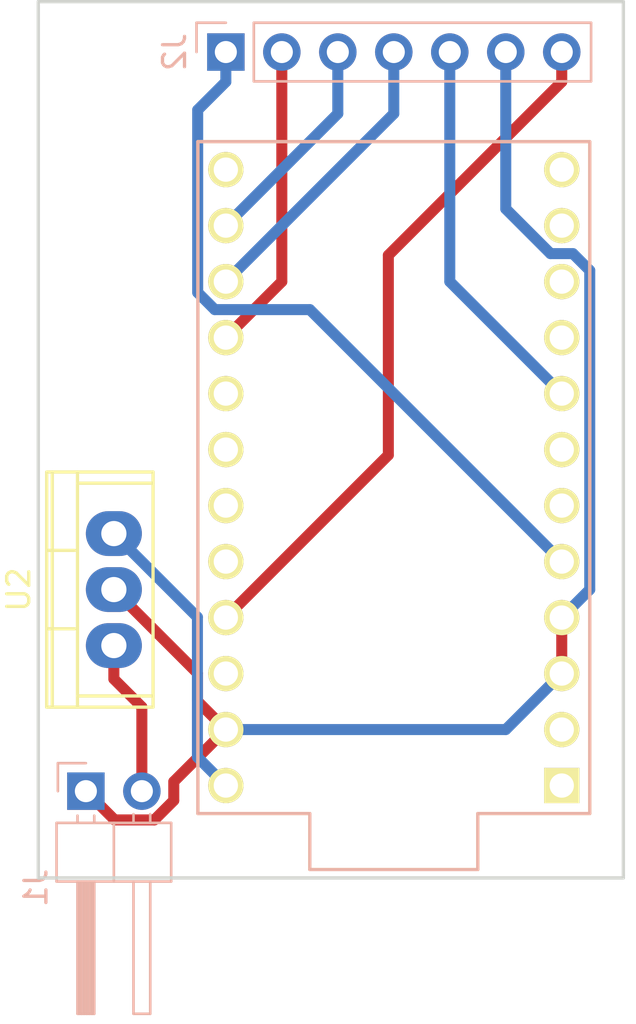
<source format=kicad_pcb>
(kicad_pcb (version 4) (host pcbnew 4.0.7)

  (general
    (links 13)
    (no_connects 0)
    (area 118.659 85.776999 147.887 132.441001)
    (thickness 1.6)
    (drawings 5)
    (tracks 41)
    (zones 0)
    (modules 4)
    (nets 10)
  )

  (page A4)
  (layers
    (0 F.Cu signal)
    (31 B.Cu signal)
    (32 B.Adhes user)
    (33 F.Adhes user)
    (34 B.Paste user)
    (35 F.Paste user)
    (36 B.SilkS user)
    (37 F.SilkS user)
    (38 B.Mask user)
    (39 F.Mask user)
    (40 Dwgs.User user)
    (41 Cmts.User user)
    (42 Eco1.User user)
    (43 Eco2.User user)
    (44 Edge.Cuts user)
    (45 Margin user)
    (46 B.CrtYd user)
    (47 F.CrtYd user)
    (48 B.Fab user)
    (49 F.Fab user)
  )

  (setup
    (last_trace_width 0.5)
    (trace_clearance 0.2)
    (zone_clearance 0.508)
    (zone_45_only no)
    (trace_min 0.2)
    (segment_width 0.2)
    (edge_width 0.15)
    (via_size 0.6)
    (via_drill 0.4)
    (via_min_size 0.4)
    (via_min_drill 0.3)
    (uvia_size 0.3)
    (uvia_drill 0.1)
    (uvias_allowed no)
    (uvia_min_size 0.2)
    (uvia_min_drill 0.1)
    (pcb_text_width 0.3)
    (pcb_text_size 1.5 1.5)
    (mod_edge_width 0.15)
    (mod_text_size 1 1)
    (mod_text_width 0.15)
    (pad_size 1.524 1.524)
    (pad_drill 0.762)
    (pad_to_mask_clearance 0.2)
    (aux_axis_origin 0 0)
    (visible_elements FFFFFF7F)
    (pcbplotparams
      (layerselection 0x00030_80000001)
      (usegerberextensions false)
      (excludeedgelayer true)
      (linewidth 0.100000)
      (plotframeref false)
      (viasonmask false)
      (mode 1)
      (useauxorigin false)
      (hpglpennumber 1)
      (hpglpenspeed 20)
      (hpglpendiameter 15)
      (hpglpenoverlay 2)
      (psnegative false)
      (psa4output false)
      (plotreference true)
      (plotvalue true)
      (plotinvisibletext false)
      (padsonsilk false)
      (subtractmaskfromsilk false)
      (outputformat 1)
      (mirror false)
      (drillshape 1)
      (scaleselection 1)
      (outputdirectory ""))
  )

  (net 0 "")
  (net 1 GND)
  (net 2 INT)
  (net 3 SCK)
  (net 4 MOSI)
  (net 5 MISO)
  (net 6 CS)
  (net 7 VCC)
  (net 8 VIN)
  (net 9 RAW)

  (net_class Default "This is the default net class."
    (clearance 0.2)
    (trace_width 0.5)
    (via_dia 0.6)
    (via_drill 0.4)
    (uvia_dia 0.3)
    (uvia_drill 0.1)
    (add_net CS)
    (add_net GND)
    (add_net INT)
    (add_net MISO)
    (add_net MOSI)
    (add_net RAW)
    (add_net SCK)
    (add_net VCC)
    (add_net VIN)
  )

  (module Pin_Headers:Pin_Header_Angled_1x02_Pitch2.54mm (layer B.Cu) (tedit 59650532) (tstamp 5CF002A0)
    (at 122.682 121.666 270)
    (descr "Through hole angled pin header, 1x02, 2.54mm pitch, 6mm pin length, single row")
    (tags "Through hole angled pin header THT 1x02 2.54mm single row")
    (path /5CEFFD1E)
    (fp_text reference J1 (at 4.385 2.27 270) (layer B.SilkS)
      (effects (font (size 1 1) (thickness 0.15)) (justify mirror))
    )
    (fp_text value PWR (at 4.385 -4.81 270) (layer B.Fab)
      (effects (font (size 1 1) (thickness 0.15)) (justify mirror))
    )
    (fp_line (start 2.135 1.27) (end 4.04 1.27) (layer B.Fab) (width 0.1))
    (fp_line (start 4.04 1.27) (end 4.04 -3.81) (layer B.Fab) (width 0.1))
    (fp_line (start 4.04 -3.81) (end 1.5 -3.81) (layer B.Fab) (width 0.1))
    (fp_line (start 1.5 -3.81) (end 1.5 0.635) (layer B.Fab) (width 0.1))
    (fp_line (start 1.5 0.635) (end 2.135 1.27) (layer B.Fab) (width 0.1))
    (fp_line (start -0.32 0.32) (end 1.5 0.32) (layer B.Fab) (width 0.1))
    (fp_line (start -0.32 0.32) (end -0.32 -0.32) (layer B.Fab) (width 0.1))
    (fp_line (start -0.32 -0.32) (end 1.5 -0.32) (layer B.Fab) (width 0.1))
    (fp_line (start 4.04 0.32) (end 10.04 0.32) (layer B.Fab) (width 0.1))
    (fp_line (start 10.04 0.32) (end 10.04 -0.32) (layer B.Fab) (width 0.1))
    (fp_line (start 4.04 -0.32) (end 10.04 -0.32) (layer B.Fab) (width 0.1))
    (fp_line (start -0.32 -2.22) (end 1.5 -2.22) (layer B.Fab) (width 0.1))
    (fp_line (start -0.32 -2.22) (end -0.32 -2.86) (layer B.Fab) (width 0.1))
    (fp_line (start -0.32 -2.86) (end 1.5 -2.86) (layer B.Fab) (width 0.1))
    (fp_line (start 4.04 -2.22) (end 10.04 -2.22) (layer B.Fab) (width 0.1))
    (fp_line (start 10.04 -2.22) (end 10.04 -2.86) (layer B.Fab) (width 0.1))
    (fp_line (start 4.04 -2.86) (end 10.04 -2.86) (layer B.Fab) (width 0.1))
    (fp_line (start 1.44 1.33) (end 1.44 -3.87) (layer B.SilkS) (width 0.12))
    (fp_line (start 1.44 -3.87) (end 4.1 -3.87) (layer B.SilkS) (width 0.12))
    (fp_line (start 4.1 -3.87) (end 4.1 1.33) (layer B.SilkS) (width 0.12))
    (fp_line (start 4.1 1.33) (end 1.44 1.33) (layer B.SilkS) (width 0.12))
    (fp_line (start 4.1 0.38) (end 10.1 0.38) (layer B.SilkS) (width 0.12))
    (fp_line (start 10.1 0.38) (end 10.1 -0.38) (layer B.SilkS) (width 0.12))
    (fp_line (start 10.1 -0.38) (end 4.1 -0.38) (layer B.SilkS) (width 0.12))
    (fp_line (start 4.1 0.32) (end 10.1 0.32) (layer B.SilkS) (width 0.12))
    (fp_line (start 4.1 0.2) (end 10.1 0.2) (layer B.SilkS) (width 0.12))
    (fp_line (start 4.1 0.08) (end 10.1 0.08) (layer B.SilkS) (width 0.12))
    (fp_line (start 4.1 -0.04) (end 10.1 -0.04) (layer B.SilkS) (width 0.12))
    (fp_line (start 4.1 -0.16) (end 10.1 -0.16) (layer B.SilkS) (width 0.12))
    (fp_line (start 4.1 -0.28) (end 10.1 -0.28) (layer B.SilkS) (width 0.12))
    (fp_line (start 1.11 0.38) (end 1.44 0.38) (layer B.SilkS) (width 0.12))
    (fp_line (start 1.11 -0.38) (end 1.44 -0.38) (layer B.SilkS) (width 0.12))
    (fp_line (start 1.44 -1.27) (end 4.1 -1.27) (layer B.SilkS) (width 0.12))
    (fp_line (start 4.1 -2.16) (end 10.1 -2.16) (layer B.SilkS) (width 0.12))
    (fp_line (start 10.1 -2.16) (end 10.1 -2.92) (layer B.SilkS) (width 0.12))
    (fp_line (start 10.1 -2.92) (end 4.1 -2.92) (layer B.SilkS) (width 0.12))
    (fp_line (start 1.042929 -2.16) (end 1.44 -2.16) (layer B.SilkS) (width 0.12))
    (fp_line (start 1.042929 -2.92) (end 1.44 -2.92) (layer B.SilkS) (width 0.12))
    (fp_line (start -1.27 0) (end -1.27 1.27) (layer B.SilkS) (width 0.12))
    (fp_line (start -1.27 1.27) (end 0 1.27) (layer B.SilkS) (width 0.12))
    (fp_line (start -1.8 1.8) (end -1.8 -4.35) (layer B.CrtYd) (width 0.05))
    (fp_line (start -1.8 -4.35) (end 10.55 -4.35) (layer B.CrtYd) (width 0.05))
    (fp_line (start 10.55 -4.35) (end 10.55 1.8) (layer B.CrtYd) (width 0.05))
    (fp_line (start 10.55 1.8) (end -1.8 1.8) (layer B.CrtYd) (width 0.05))
    (fp_text user %R (at 2.77 -1.27 540) (layer B.Fab)
      (effects (font (size 1 1) (thickness 0.15)) (justify mirror))
    )
    (pad 1 thru_hole rect (at 0 0 270) (size 1.7 1.7) (drill 1) (layers *.Cu *.Mask)
      (net 1 GND))
    (pad 2 thru_hole oval (at 0 -2.54 270) (size 1.7 1.7) (drill 1) (layers *.Cu *.Mask)
      (net 8 VIN))
    (model ${KISYS3DMOD}/Pin_Headers.3dshapes/Pin_Header_Angled_1x02_Pitch2.54mm.wrl
      (at (xyz 0 0 0))
      (scale (xyz 1 1 1))
      (rotate (xyz 0 0 0))
    )
  )

  (module Socket_Strips:Socket_Strip_Straight_1x07_Pitch2.54mm (layer B.Cu) (tedit 58CD5446) (tstamp 5CF002AB)
    (at 129.032 88.138 270)
    (descr "Through hole straight socket strip, 1x07, 2.54mm pitch, single row")
    (tags "Through hole socket strip THT 1x07 2.54mm single row")
    (path /5CEFFEED)
    (fp_text reference J2 (at 0 2.33 270) (layer B.SilkS)
      (effects (font (size 1 1) (thickness 0.15)) (justify mirror))
    )
    (fp_text value CAN (at 0 -17.57 270) (layer B.Fab)
      (effects (font (size 1 1) (thickness 0.15)) (justify mirror))
    )
    (fp_line (start -1.27 1.27) (end -1.27 -16.51) (layer B.Fab) (width 0.1))
    (fp_line (start -1.27 -16.51) (end 1.27 -16.51) (layer B.Fab) (width 0.1))
    (fp_line (start 1.27 -16.51) (end 1.27 1.27) (layer B.Fab) (width 0.1))
    (fp_line (start 1.27 1.27) (end -1.27 1.27) (layer B.Fab) (width 0.1))
    (fp_line (start -1.33 -1.27) (end -1.33 -16.57) (layer B.SilkS) (width 0.12))
    (fp_line (start -1.33 -16.57) (end 1.33 -16.57) (layer B.SilkS) (width 0.12))
    (fp_line (start 1.33 -16.57) (end 1.33 -1.27) (layer B.SilkS) (width 0.12))
    (fp_line (start 1.33 -1.27) (end -1.33 -1.27) (layer B.SilkS) (width 0.12))
    (fp_line (start -1.33 0) (end -1.33 1.33) (layer B.SilkS) (width 0.12))
    (fp_line (start -1.33 1.33) (end 0 1.33) (layer B.SilkS) (width 0.12))
    (fp_line (start -1.8 1.8) (end -1.8 -17.05) (layer B.CrtYd) (width 0.05))
    (fp_line (start -1.8 -17.05) (end 1.8 -17.05) (layer B.CrtYd) (width 0.05))
    (fp_line (start 1.8 -17.05) (end 1.8 1.8) (layer B.CrtYd) (width 0.05))
    (fp_line (start 1.8 1.8) (end -1.8 1.8) (layer B.CrtYd) (width 0.05))
    (fp_text user %R (at 0 2.33 270) (layer B.Fab)
      (effects (font (size 1 1) (thickness 0.15)) (justify mirror))
    )
    (pad 1 thru_hole rect (at 0 0 270) (size 1.7 1.7) (drill 1) (layers *.Cu *.Mask)
      (net 2 INT))
    (pad 2 thru_hole oval (at 0 -2.54 270) (size 1.7 1.7) (drill 1) (layers *.Cu *.Mask)
      (net 3 SCK))
    (pad 3 thru_hole oval (at 0 -5.08 270) (size 1.7 1.7) (drill 1) (layers *.Cu *.Mask)
      (net 4 MOSI))
    (pad 4 thru_hole oval (at 0 -7.62 270) (size 1.7 1.7) (drill 1) (layers *.Cu *.Mask)
      (net 5 MISO))
    (pad 5 thru_hole oval (at 0 -10.16 270) (size 1.7 1.7) (drill 1) (layers *.Cu *.Mask)
      (net 6 CS))
    (pad 6 thru_hole oval (at 0 -12.7 270) (size 1.7 1.7) (drill 1) (layers *.Cu *.Mask)
      (net 1 GND))
    (pad 7 thru_hole oval (at 0 -15.24 270) (size 1.7 1.7) (drill 1) (layers *.Cu *.Mask)
      (net 7 VCC))
    (model ${KISYS3DMOD}/Socket_Strips.3dshapes/Socket_Strip_Straight_1x07_Pitch2.54mm.wrl
      (at (xyz 0 -0.3 0))
      (scale (xyz 1 1 1))
      (rotate (xyz 0 0 270))
    )
  )

  (module promicro:ProMicro (layer F.Cu) (tedit 5A06A962) (tstamp 5CF002C7)
    (at 136.652 107.442 90)
    (descr "Pro Micro footprint")
    (tags "promicro ProMicro")
    (path /5CEFF4F8)
    (fp_text reference U1 (at 0 -10.16 90) (layer F.SilkS) hide
      (effects (font (size 1 1) (thickness 0.15)))
    )
    (fp_text value ProMicro (at 0 10.16 90) (layer F.Fab)
      (effects (font (size 1 1) (thickness 0.15)))
    )
    (fp_line (start 15.24 -8.89) (end 15.24 8.89) (layer B.SilkS) (width 0.15))
    (fp_line (start 15.24 8.89) (end -15.24 8.89) (layer B.SilkS) (width 0.15))
    (fp_line (start -15.24 8.89) (end -15.24 3.81) (layer B.SilkS) (width 0.15))
    (fp_line (start -15.24 3.81) (end -17.78 3.81) (layer B.SilkS) (width 0.15))
    (fp_line (start -17.78 3.81) (end -17.78 -3.81) (layer B.SilkS) (width 0.15))
    (fp_line (start -17.78 -3.81) (end -15.24 -3.81) (layer B.SilkS) (width 0.15))
    (fp_line (start -15.24 -3.81) (end -15.24 -8.89) (layer B.SilkS) (width 0.15))
    (fp_line (start -15.24 -8.89) (end 15.24 -8.89) (layer B.SilkS) (width 0.15))
    (fp_line (start -15.24 8.89) (end 15.24 8.89) (layer F.SilkS) (width 0.15))
    (fp_line (start -15.24 8.89) (end -15.24 3.81) (layer F.SilkS) (width 0.15))
    (fp_line (start -15.24 3.81) (end -17.78 3.81) (layer F.SilkS) (width 0.15))
    (fp_line (start -17.78 3.81) (end -17.78 -3.81) (layer F.SilkS) (width 0.15))
    (fp_line (start -17.78 -3.81) (end -15.24 -3.81) (layer F.SilkS) (width 0.15))
    (fp_line (start -15.24 -3.81) (end -15.24 -8.89) (layer F.SilkS) (width 0.15))
    (fp_line (start -15.24 -8.89) (end 15.24 -8.89) (layer F.SilkS) (width 0.15))
    (fp_line (start 15.24 -8.89) (end 15.24 8.89) (layer F.SilkS) (width 0.15))
    (pad 1 thru_hole rect (at -13.97 7.62 90) (size 1.6 1.6) (drill 1.1) (layers *.Cu *.Mask F.SilkS))
    (pad 2 thru_hole circle (at -11.43 7.62 90) (size 1.6 1.6) (drill 1.1) (layers *.Cu *.Mask F.SilkS))
    (pad 3 thru_hole circle (at -8.89 7.62 90) (size 1.6 1.6) (drill 1.1) (layers *.Cu *.Mask F.SilkS)
      (net 1 GND))
    (pad 4 thru_hole circle (at -6.35 7.62 90) (size 1.6 1.6) (drill 1.1) (layers *.Cu *.Mask F.SilkS)
      (net 1 GND))
    (pad 5 thru_hole circle (at -3.81 7.62 90) (size 1.6 1.6) (drill 1.1) (layers *.Cu *.Mask F.SilkS)
      (net 2 INT))
    (pad 6 thru_hole circle (at -1.27 7.62 90) (size 1.6 1.6) (drill 1.1) (layers *.Cu *.Mask F.SilkS))
    (pad 7 thru_hole circle (at 1.27 7.62 90) (size 1.6 1.6) (drill 1.1) (layers *.Cu *.Mask F.SilkS))
    (pad 8 thru_hole circle (at 3.81 7.62 90) (size 1.6 1.6) (drill 1.1) (layers *.Cu *.Mask F.SilkS)
      (net 6 CS))
    (pad 9 thru_hole circle (at 6.35 7.62 90) (size 1.6 1.6) (drill 1.1) (layers *.Cu *.Mask F.SilkS))
    (pad 10 thru_hole circle (at 8.89 7.62 90) (size 1.6 1.6) (drill 1.1) (layers *.Cu *.Mask F.SilkS))
    (pad 11 thru_hole circle (at 11.43 7.62 90) (size 1.6 1.6) (drill 1.1) (layers *.Cu *.Mask F.SilkS))
    (pad 12 thru_hole circle (at 13.97 7.62 90) (size 1.6 1.6) (drill 1.1) (layers *.Cu *.Mask F.SilkS))
    (pad 13 thru_hole circle (at 13.97 -7.62 90) (size 1.6 1.6) (drill 1.1) (layers *.Cu *.Mask F.SilkS))
    (pad 14 thru_hole circle (at 11.43 -7.62 90) (size 1.6 1.6) (drill 1.1) (layers *.Cu *.Mask F.SilkS)
      (net 4 MOSI))
    (pad 15 thru_hole circle (at 8.89 -7.62 90) (size 1.6 1.6) (drill 1.1) (layers *.Cu *.Mask F.SilkS)
      (net 5 MISO))
    (pad 16 thru_hole circle (at 6.35 -7.62 90) (size 1.6 1.6) (drill 1.1) (layers *.Cu *.Mask F.SilkS)
      (net 3 SCK))
    (pad 17 thru_hole circle (at 3.81 -7.62 90) (size 1.6 1.6) (drill 1.1) (layers *.Cu *.Mask F.SilkS))
    (pad 18 thru_hole circle (at 1.27 -7.62 90) (size 1.6 1.6) (drill 1.1) (layers *.Cu *.Mask F.SilkS))
    (pad 19 thru_hole circle (at -1.27 -7.62 90) (size 1.6 1.6) (drill 1.1) (layers *.Cu *.Mask F.SilkS))
    (pad 20 thru_hole circle (at -3.81 -7.62 90) (size 1.6 1.6) (drill 1.1) (layers *.Cu *.Mask F.SilkS))
    (pad 21 thru_hole circle (at -6.35 -7.62 90) (size 1.6 1.6) (drill 1.1) (layers *.Cu *.Mask F.SilkS)
      (net 7 VCC))
    (pad 22 thru_hole circle (at -8.89 -7.62 90) (size 1.6 1.6) (drill 1.1) (layers *.Cu *.Mask F.SilkS))
    (pad 23 thru_hole circle (at -11.43 -7.62 90) (size 1.6 1.6) (drill 1.1) (layers *.Cu *.Mask F.SilkS)
      (net 1 GND))
    (pad 24 thru_hole circle (at -13.97 -7.62 90) (size 1.6 1.6) (drill 1.1) (layers *.Cu *.Mask F.SilkS)
      (net 9 RAW))
  )

  (module Power_Integrations:TO-220 (layer F.Cu) (tedit 0) (tstamp 5CF01161)
    (at 123.952 112.522 90)
    (descr "Non Isolated JEDEC TO-220 Package")
    (tags "Power Integration YN Package")
    (path /5CF0100D)
    (fp_text reference U2 (at 0 -4.318 90) (layer F.SilkS)
      (effects (font (size 1 1) (thickness 0.15)))
    )
    (fp_text value LF80_TO220 (at 0 -4.318 90) (layer F.Fab)
      (effects (font (size 1 1) (thickness 0.15)))
    )
    (fp_line (start 4.826 -1.651) (end 4.826 1.778) (layer F.SilkS) (width 0.15))
    (fp_line (start -4.826 -1.651) (end -4.826 1.778) (layer F.SilkS) (width 0.15))
    (fp_line (start 5.334 -2.794) (end -5.334 -2.794) (layer F.SilkS) (width 0.15))
    (fp_line (start 1.778 -1.778) (end 1.778 -3.048) (layer F.SilkS) (width 0.15))
    (fp_line (start -1.778 -1.778) (end -1.778 -3.048) (layer F.SilkS) (width 0.15))
    (fp_line (start -5.334 -1.651) (end 5.334 -1.651) (layer F.SilkS) (width 0.15))
    (fp_line (start 5.334 1.778) (end -5.334 1.778) (layer F.SilkS) (width 0.15))
    (fp_line (start -5.334 -3.048) (end -5.334 1.778) (layer F.SilkS) (width 0.15))
    (fp_line (start 5.334 -3.048) (end 5.334 1.778) (layer F.SilkS) (width 0.15))
    (fp_line (start 5.334 -3.048) (end -5.334 -3.048) (layer F.SilkS) (width 0.15))
    (pad 2 thru_hole oval (at 0 0 90) (size 2.032 2.54) (drill 1.143) (layers *.Cu *.Mask)
      (net 1 GND))
    (pad 3 thru_hole oval (at 2.54 0 90) (size 2.032 2.54) (drill 1.143) (layers *.Cu *.Mask)
      (net 9 RAW))
    (pad 1 thru_hole oval (at -2.54 0 90) (size 2.032 2.54) (drill 1.143) (layers *.Cu *.Mask)
      (net 8 VIN))
  )

  (gr_line (start 147.066 125.476) (end 147.066 125.603) (angle 90) (layer Edge.Cuts) (width 0.15))
  (gr_line (start 147.066 85.852) (end 147.066 125.476) (angle 90) (layer Edge.Cuts) (width 0.15))
  (gr_line (start 120.523 85.852) (end 147.066 85.852) (angle 90) (layer Edge.Cuts) (width 0.15))
  (gr_line (start 120.523 125.603) (end 120.523 85.852) (angle 90) (layer Edge.Cuts) (width 0.15))
  (gr_line (start 147.066 125.603) (end 120.523 125.603) (angle 90) (layer Edge.Cuts) (width 0.15))

  (segment (start 141.732 118.872) (end 129.032 118.872) (width 0.5) (layer B.Cu) (net 1))
  (segment (start 144.272 116.332) (end 141.732 118.872) (width 0.5) (layer B.Cu) (net 1))
  (segment (start 144.272 113.792) (end 144.272 116.332) (width 0.5) (layer F.Cu) (net 1))
  (segment (start 123.9872 122.9712) (end 122.682 121.666) (width 0.5) (layer F.Cu) (net 1))
  (segment (start 125.7873 122.9712) (end 123.9872 122.9712) (width 0.5) (layer F.Cu) (net 1))
  (segment (start 126.6701 122.0884) (end 125.7873 122.9712) (width 0.5) (layer F.Cu) (net 1))
  (segment (start 126.6701 121.2339) (end 126.6701 122.0884) (width 0.5) (layer F.Cu) (net 1))
  (segment (start 129.032 118.872) (end 126.6701 121.2339) (width 0.5) (layer F.Cu) (net 1))
  (segment (start 127.7424 117.5824) (end 129.032 118.872) (width 0.5) (layer F.Cu) (net 1))
  (segment (start 127.7424 116.3124) (end 127.7424 117.5824) (width 0.5) (layer F.Cu) (net 1))
  (segment (start 123.952 112.522) (end 127.7424 116.3124) (width 0.5) (layer F.Cu) (net 1))
  (segment (start 141.732 95.2517) (end 141.732 88.138) (width 0.5) (layer B.Cu) (net 1))
  (segment (start 143.7623 97.282) (end 141.732 95.2517) (width 0.5) (layer B.Cu) (net 1))
  (segment (start 144.7789 97.282) (end 143.7623 97.282) (width 0.5) (layer B.Cu) (net 1))
  (segment (start 145.542 98.0451) (end 144.7789 97.282) (width 0.5) (layer B.Cu) (net 1))
  (segment (start 145.542 112.522) (end 145.542 98.0451) (width 0.5) (layer B.Cu) (net 1))
  (segment (start 144.272 113.792) (end 145.542 112.522) (width 0.5) (layer B.Cu) (net 1))
  (segment (start 127.755 90.765) (end 129.032 89.488) (width 0.5) (layer B.Cu) (net 2))
  (segment (start 127.755 99.0474) (end 127.755 90.765) (width 0.5) (layer B.Cu) (net 2))
  (segment (start 128.5296 99.822) (end 127.755 99.0474) (width 0.5) (layer B.Cu) (net 2))
  (segment (start 132.842 99.822) (end 128.5296 99.822) (width 0.5) (layer B.Cu) (net 2))
  (segment (start 144.272 111.252) (end 132.842 99.822) (width 0.5) (layer B.Cu) (net 2))
  (segment (start 129.032 88.138) (end 129.032 89.488) (width 0.5) (layer B.Cu) (net 2))
  (segment (start 131.572 98.552) (end 131.572 88.138) (width 0.5) (layer F.Cu) (net 3))
  (segment (start 129.032 101.092) (end 131.572 98.552) (width 0.5) (layer F.Cu) (net 3))
  (segment (start 134.112 90.932) (end 134.112 88.138) (width 0.5) (layer B.Cu) (net 4))
  (segment (start 129.032 96.012) (end 134.112 90.932) (width 0.5) (layer B.Cu) (net 4))
  (segment (start 136.652 90.932) (end 136.652 88.138) (width 0.5) (layer B.Cu) (net 5))
  (segment (start 129.032 98.552) (end 136.652 90.932) (width 0.5) (layer B.Cu) (net 5))
  (segment (start 139.192 98.552) (end 139.192 88.138) (width 0.5) (layer B.Cu) (net 6))
  (segment (start 144.272 103.632) (end 139.192 98.552) (width 0.5) (layer B.Cu) (net 6))
  (segment (start 136.4043 97.3557) (end 144.272 89.488) (width 0.5) (layer F.Cu) (net 7))
  (segment (start 136.4043 106.4197) (end 136.4043 97.3557) (width 0.5) (layer F.Cu) (net 7))
  (segment (start 129.032 113.792) (end 136.4043 106.4197) (width 0.5) (layer F.Cu) (net 7))
  (segment (start 144.272 88.138) (end 144.272 89.488) (width 0.5) (layer F.Cu) (net 7))
  (segment (start 125.222 117.848) (end 125.222 121.666) (width 0.5) (layer F.Cu) (net 8))
  (segment (start 123.952 116.578) (end 125.222 117.848) (width 0.5) (layer F.Cu) (net 8))
  (segment (start 123.952 115.062) (end 123.952 116.578) (width 0.5) (layer F.Cu) (net 8))
  (segment (start 127.7424 120.1224) (end 129.032 121.412) (width 0.5) (layer B.Cu) (net 9))
  (segment (start 127.7424 113.7724) (end 127.7424 120.1224) (width 0.5) (layer B.Cu) (net 9))
  (segment (start 123.952 109.982) (end 127.7424 113.7724) (width 0.5) (layer B.Cu) (net 9))

)

</source>
